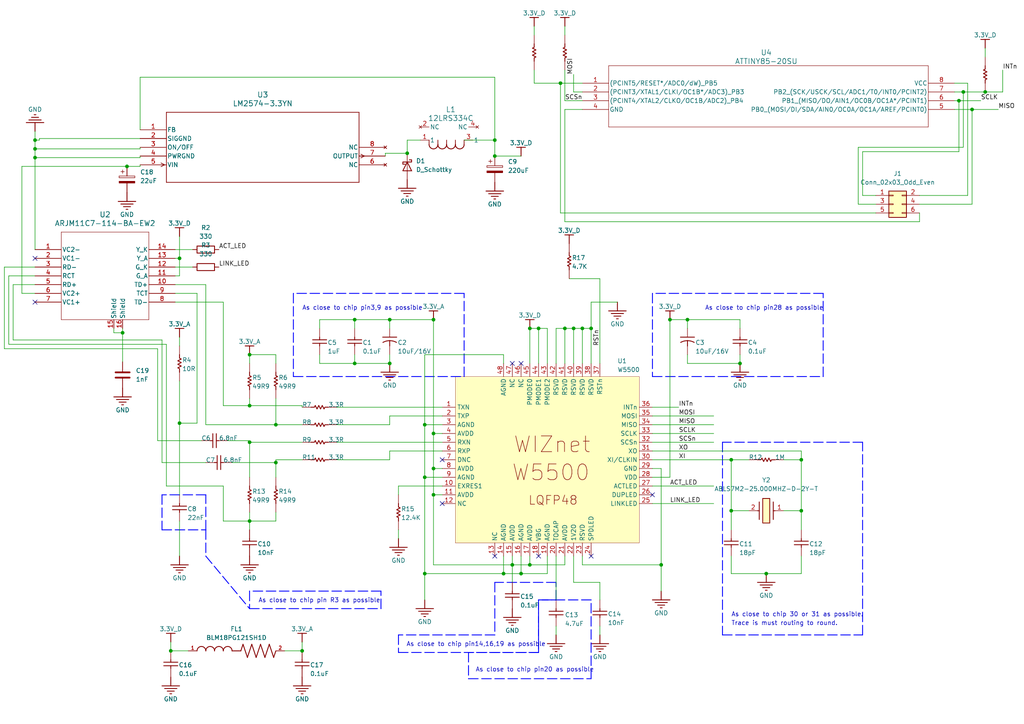
<source format=kicad_sch>
(kicad_sch (version 20250114) (generator "eeschema") (generator_version "9.0")
  (paper "A4")
  (text "As close to chip 30 or 31 as possible." (at 212.09 179.07 0) (effects (font (size 1.27 1.27)) (justify left bottom)))
  (text "As close to chip pin20 as possible" (at 137.922 195.072 0) (effects (font (size 1.27 1.27)) (justify left bottom)))
  (text "As close to chip pin28 as possible" (at 204.47 90.17 0) (effects (font (size 1.27 1.27)) (justify left bottom)))
  (text "As close to chip pin14,16,19 as possible" (at 117.856 187.706 0) (effects (font (size 1.27 1.27)) (justify left bottom)))
  (text "Trace is must routing to round." (at 212.09 181.61 0) (effects (font (size 1.27 1.27)) (justify left bottom)))
  (text "As close to chip pin R3 as possible" (at 74.93 175.006 0) (effects (font (size 1.27 1.27)) (justify left bottom)))
  (text "As close to chip pin3,9 as possible" (at 87.63 90.17 0) (effects (font (size 1.27 1.27)) (justify left bottom)))
  (junction (at 153.67 95.25))
  (junction (at 87.63 188.7728))
  (junction (at 148.59 163.83))
  (junction (at 10.16 45.72))
  (junction (at 10.16 43.18))
  (junction (at 146.05 166.37))
  (junction (at 102.87 105.41))
  (junction (at 125.73 125.73))
  (junction (at 113.03 105.41))
  (junction (at 153.67 163.83))
  (junction (at 232.41 133.35))
  (junction (at 125.73 135.89))
  (junction (at 72.39 117.6528))
  (junction (at 80.01 134.1628))
  (junction (at 118.11 44.45))
  (junction (at 232.41 148.1328))
  (junction (at 162.56 24.13))
  (junction (at 143.51 45.2628))
  (junction (at 125.73 92.71))
  (junction (at 72.39 151.13))
  (junction (at 212.09 148.1328))
  (junction (at 125.73 143.51))
  (junction (at 194.31 92.71))
  (junction (at 72.39 128.27))
  (junction (at 72.39 102.87))
  (junction (at 163.83 95.25))
  (junction (at 285.75 26.67))
  (junction (at 35.56 96.52))
  (junction (at 281.94 31.75))
  (junction (at 113.03 92.71))
  (junction (at 151.13 166.37))
  (junction (at 80.01 123.19))
  (junction (at 52.07 122.7328))
  (junction (at 222.25 166.37))
  (junction (at 171.45 95.25))
  (junction (at 156.21 95.25))
  (junction (at 123.19 138.43))
  (junction (at 279.4 26.67))
  (junction (at 123.19 166.37))
  (junction (at 123.19 123.19))
  (junction (at 278.13 29.21))
  (junction (at 199.39 92.71))
  (junction (at 212.09 133.35))
  (junction (at 52.07 74.93))
  (junction (at 191.77 163.83))
  (junction (at 214.63 105.41))
  (junction (at 102.87 92.71))
  (junction (at 10.16 40.64))
  (junction (at 168.91 95.25))
  (junction (at 36.83 48.26))
  (junction (at 143.51 40.64))
  (junction (at 49.53 188.7728))
  (junction (at 166.37 95.25))
  (no_connect (at 189.23 143.51))
  (no_connect (at 151.13 105.41))
  (no_connect (at 143.51 161.29))
  (no_connect (at 10.16 87.63))
  (no_connect (at 128.27 146.05))
  (no_connect (at 171.45 161.29))
  (no_connect (at 156.21 161.29))
  (no_connect (at 128.27 133.35))
  (no_connect (at 148.59 105.41))
  (no_connect (at 10.16 74.93))
  (wire (pts (xy 64.77 87.63) (xy 50.8 87.63)))
  (wire (pts (xy 80.01 133.35) (xy 80.01 134.1628)))
  (polyline (pts (xy 238.76 109.22) (xy 238.76 85.09)) (stroke (width 0.254) (type dash) (color 0 0 255 1)))
  (wire (pts (xy 153.67 163.83) (xy 153.67 161.29)))
  (wire (pts (xy 128.27 143.51) (xy 125.73 143.51)))
  (wire (pts (xy 162.56 24.13) (xy 154.94 24.13)))
  (wire (pts (xy 146.05 105.41) (xy 146.05 102.87)))
  (wire (pts (xy 173.99 105.41) (xy 173.99 80.8228)))
  (wire (pts (xy 72.39 151.13) (xy 80.01 151.13)))
  (wire (pts (xy 232.41 166.37) (xy 232.41 161.29)))
  (polyline (pts (xy 171.45 173.99) (xy 156.21 173.99)) (stroke (width 0.254) (type dash) (color 0 0 255 1)))
  (wire (pts (xy 278.13 29.21) (xy 276.86 29.21)))
  (wire (pts (xy 163.83 20.32) (xy 163.83 29.21)))
  (wire (pts (xy 189.23 123.19) (xy 207.01 123.19)))
  (wire (pts (xy 50.8 80.01) (xy 52.07 80.01)))
  (polyline (pts (xy 189.23 109.22) (xy 238.76 109.22)) (stroke (width 0.254) (type dash) (color 0 0 255 1)))
  (wire (pts (xy 163.83 95.25) (xy 166.37 95.25)))
  (wire (pts (xy 285.75 13.97) (xy 285.75 16.51)))
  (wire (pts (xy 125.73 135.89) (xy 125.73 125.73)))
  (wire (pts (xy 87.63 188.7728) (xy 87.63 186.2328)))
  (polyline (pts (xy 189.23 85.09) (xy 189.23 109.22)) (stroke (width 0.254) (type dash) (color 0 0 255 1)))
  (wire (pts (xy 113.03 130.81) (xy 113.03 133.35)))
  (wire (pts (xy 35.56 96.52) (xy 35.56 104.9528)))
  (wire (pts (xy 48.26 140.97) (xy 64.77 140.97)))
  (wire (pts (xy 189.23 133.35) (xy 212.09 133.35)))
  (wire (pts (xy 87.63 117.6528) (xy 87.63 118.11)))
  (wire (pts (xy 189.23 138.43) (xy 194.31 138.43)))
  (wire (pts (xy 102.87 105.41) (xy 113.03 105.41)))
  (wire (pts (xy 166.37 95.25) (xy 168.91 95.25)))
  (polyline (pts (xy 238.76 85.09) (xy 189.23 85.09)) (stroke (width 0.254) (type dash) (color 0 0 255 1)))
  (wire (pts (xy 143.51 22.4028) (xy 143.51 40.64)))
  (wire (pts (xy 1.27 77.47) (xy 1.27 101.1428)))
  (wire (pts (xy 72.39 117.6528) (xy 64.77 117.6528)))
  (wire (pts (xy 173.99 184.15) (xy 173.99 181.61)))
  (wire (pts (xy 11.43 40.64) (xy 10.16 40.64)))
  (wire (pts (xy 102.87 95.25) (xy 102.87 92.71)))
  (wire (pts (xy 279.4 26.67) (xy 276.86 26.67)))
  (wire (pts (xy 46.99 134.1628) (xy 59.69 134.1628)))
  (wire (pts (xy 168.91 95.25) (xy 171.45 95.25)))
  (wire (pts (xy 72.39 128.27) (xy 87.63 128.27)))
  (wire (pts (xy 163.83 161.29) (xy 163.83 163.83)))
  (wire (pts (xy 281.94 31.75) (xy 289.56 31.75)))
  (wire (pts (xy 222.25 166.37) (xy 232.41 166.37)))
  (wire (pts (xy 87.63 117.6528) (xy 72.39 117.6528)))
  (wire (pts (xy 199.39 92.71) (xy 194.31 92.71)))
  (wire (pts (xy 72.39 127.8128) (xy 72.39 128.27)))
  (wire (pts (xy 191.77 135.89) (xy 191.77 163.83)))
  (wire (pts (xy 49.53 188.7728) (xy 54.61 188.7728)))
  (wire (pts (xy 189.23 118.11) (xy 196.85 118.11)))
  (wire (pts (xy 6.35 85.09) (xy 6.35 48.26)))
  (wire (pts (xy 52.07 80.01) (xy 52.07 74.93)))
  (wire (pts (xy 92.71 105.41) (xy 92.71 102.87)))
  (wire (pts (xy 280.67 56.6928) (xy 280.67 24.13)))
  (polyline (pts (xy 110.49 176.53) (xy 110.49 171.45)) (stroke (width 0.254) (type dash) (color 0 0 255 1)))
  (wire (pts (xy 40.64 48.26) (xy 40.64 47.8028)))
  (wire (pts (xy 113.03 133.35) (xy 97.79 133.35)))
  (polyline (pts (xy 72.39 171.45) (xy 72.39 176.53)) (stroke (width 0.254) (type dash) (color 0 0 255 1)))
  (polyline (pts (xy 250.19 128.27) (xy 209.55 128.27)) (stroke (width 0.254) (type dash) (color 0 0 255 1)))
  (wire (pts (xy 67.31 134.1628) (xy 80.01 134.1628)))
  (wire (pts (xy 168.91 26.67) (xy 166.37 26.67)))
  (wire (pts (xy 146.05 161.29) (xy 146.05 166.37)))
  (wire (pts (xy 146.05 166.37) (xy 123.19 166.37)))
  (wire (pts (xy 10.16 77.47) (xy 1.27 77.47)))
  (wire (pts (xy 92.71 92.71) (xy 92.71 95.25)))
  (polyline (pts (xy 135.89 196.85) (xy 171.45 196.85)) (stroke (width 0.254) (type dash) (color 0 0 255 1)))
  (wire (pts (xy 125.73 125.73) (xy 125.73 92.71)))
  (wire (pts (xy 118.11 44.45) (xy 118.11 40.64)))
  (polyline (pts (xy 171.45 196.85) (xy 171.45 173.99)) (stroke (width 0.254) (type dash) (color 0 0 255 1)))
  (wire (pts (xy 125.73 163.83) (xy 125.73 143.51)))
  (wire (pts (xy 199.39 102.87) (xy 199.39 105.41)))
  (wire (pts (xy 113.03 120.65) (xy 113.03 123.19)))
  (wire (pts (xy 212.09 166.37) (xy 212.09 161.29)))
  (wire (pts (xy 143.51 45.2628) (xy 151.13 45.2628)))
  (wire (pts (xy 279.4 26.67) (xy 285.75 26.67)))
  (wire (pts (xy 214.63 102.87) (xy 214.63 105.41)))
  (wire (pts (xy 80.01 102.87) (xy 80.01 105.41)))
  (wire (pts (xy 52.07 100.33) (xy 52.07 97.79)))
  (wire (pts (xy 10.16 82.55) (xy 3.81 82.55)))
  (polyline (pts (xy 134.62 85.09) (xy 85.09 85.09)) (stroke (width 0.254) (type dash) (color 0 0 255 1)))
  (wire (pts (xy 10.16 45.72) (xy 40.64 45.72)))
  (wire (pts (xy 278.13 43.9928) (xy 278.13 29.21)))
  (polyline (pts (xy 59.69 143.51) (xy 46.99 143.51)) (stroke (width 0.254) (type dash) (color 0 0 255 1)))
  (wire (pts (xy 248.92 59.2328) (xy 248.92 42.7228)))
  (wire (pts (xy 10.16 40.64) (xy 10.16 43.18)))
  (wire (pts (xy 111.76 44.45) (xy 118.11 44.45)))
  (polyline (pts (xy 156.21 189.23) (xy 135.89 189.23)) (stroke (width 0.254) (type dash) (color 0 0 255 1)))
  (wire (pts (xy 11.43 40.64) (xy 11.43 40.1828)))
  (polyline (pts (xy 143.51 168.91) (xy 143.51 184.15)) (stroke (width 0.254) (type dash) (color 0 0 255 1)))
  (wire (pts (xy 189.23 135.89) (xy 191.77 135.89)))
  (wire (pts (xy 189.23 146.05) (xy 207.01 146.05)))
  (wire (pts (xy 49.53 186.2328) (xy 49.53 188.7728)))
  (wire (pts (xy 40.64 45.72) (xy 40.64 45.2628)))
  (wire (pts (xy 2.54 99.8728) (xy 48.26 99.8728)))
  (wire (pts (xy 113.03 105.41) (xy 113.03 102.87)))
  (wire (pts (xy 128.27 128.27) (xy 97.79 128.27)))
  (wire (pts (xy 113.03 95.25) (xy 113.03 92.71)))
  (wire (pts (xy 158.75 166.37) (xy 151.13 166.37)))
  (wire (pts (xy 80.01 123.19) (xy 59.69 123.19)))
  (wire (pts (xy 166.37 161.29) (xy 166.37 168.91)))
  (wire (pts (xy 50.8 74.93) (xy 52.07 74.93)))
  (wire (pts (xy 153.67 105.41) (xy 153.67 95.25)))
  (wire (pts (xy 6.35 48.26) (xy 36.83 48.26)))
  (wire (pts (xy 128.27 140.97) (xy 115.57 140.97)))
  (wire (pts (xy 128.27 130.81) (xy 113.03 130.81)))
  (wire (pts (xy 40.64 22.4028) (xy 143.51 22.4028)))
  (wire (pts (xy 162.56 61.7728) (xy 162.56 24.13)))
  (wire (pts (xy 279.4 42.7228) (xy 279.4 26.67)))
  (wire (pts (xy 52.07 122.7328) (xy 52.07 143.51)))
  (wire (pts (xy 191.77 163.83) (xy 191.77 171.45)))
  (wire (pts (xy 194.31 138.43) (xy 194.31 92.71)))
  (wire (pts (xy 156.21 105.41) (xy 156.21 95.25)))
  (wire (pts (xy 123.19 102.87) (xy 123.19 123.19)))
  (wire (pts (xy 46.99 98.6028) (xy 46.99 134.1628)))
  (wire (pts (xy 171.45 95.25) (xy 171.45 105.41)))
  (wire (pts (xy 166.37 26.67) (xy 166.37 21.59)))
  (wire (pts (xy 166.37 168.91) (xy 173.99 168.91)))
  (wire (pts (xy 173.99 168.91) (xy 173.99 173.99)))
  (wire (pts (xy 158.75 161.29) (xy 158.75 166.37)))
  (wire (pts (xy 72.39 148.59) (xy 72.39 151.13)))
  (wire (pts (xy 163.83 163.83) (xy 153.67 163.83)))
  (polyline (pts (xy 156.21 173.99) (xy 161.29 173.99)) (stroke (width 0.254) (type dash) (color 0 0 255 1)))
  (wire (pts (xy 278.13 29.21) (xy 284.48 29.21)))
  (polyline (pts (xy 161.29 168.91) (xy 143.51 168.91)) (stroke (width 0.254) (type dash) (color 0 0 255 1)))
  (wire (pts (xy 250.19 43.9928) (xy 278.13 43.9928)))
  (polyline (pts (xy 156.21 189.23) (xy 156.21 173.99)) (stroke (width 0.254) (type dash) (color 0 0 255 1)))
  (wire (pts (xy 72.39 153.67) (xy 72.39 151.13)))
  (wire (pts (xy 214.63 92.71) (xy 214.63 95.25)))
  (wire (pts (xy 232.41 133.35) (xy 232.41 148.1328)))
  (wire (pts (xy 128.27 118.11) (xy 97.79 118.11)))
  (wire (pts (xy 165.1 80.8228) (xy 173.99 80.8228)))
  (wire (pts (xy 161.29 181.61) (xy 161.29 184.15)))
  (wire (pts (xy 266.7 59.2328) (xy 281.94 59.2328)))
  (wire (pts (xy 189.23 120.65) (xy 207.01 120.65)))
  (wire (pts (xy 148.59 163.83) (xy 125.73 163.83)))
  (wire (pts (xy 50.8 82.55) (xy 59.69 82.55)))
  (wire (pts (xy 161.29 95.25) (xy 163.83 95.25)))
  (wire (pts (xy 50.8 77.47) (xy 55.88 77.47)))
  (polyline (pts (xy 46.99 153.67) (xy 59.69 153.67)) (stroke (width 0.254) (type dash) (color 0 0 255 1)))
  (wire (pts (xy 123.19 123.19) (xy 123.19 138.43)))
  (wire (pts (xy 146.05 102.87) (xy 123.19 102.87)))
  (wire (pts (xy 33.02 96.52) (xy 35.56 96.52)))
  (polyline (pts (xy 59.69 153.67) (xy 59.69 143.51)) (stroke (width 0.254) (type dash) (color 0 0 255 1)))
  (wire (pts (xy 154.94 24.13) (xy 154.94 20.32)))
  (polyline (pts (xy 209.55 128.27) (xy 209.55 184.15)) (stroke (width 0.254) (type dash) (color 0 0 255 1)))
  (wire (pts (xy 72.39 105.41) (xy 72.39 102.87)))
  (wire (pts (xy 290.83 26.67) (xy 290.83 20.32)))
  (wire (pts (xy 281.94 31.75) (xy 276.86 31.75)))
  (wire (pts (xy 3.81 82.55) (xy 3.81 98.6028)))
  (wire (pts (xy 254 61.7728) (xy 162.56 61.7728)))
  (wire (pts (xy 102.87 102.87) (xy 102.87 105.41)))
  (wire (pts (xy 72.39 127.8128) (xy 66.04 127.8128)))
  (wire (pts (xy 168.91 29.21) (xy 163.83 29.21)))
  (polyline (pts (xy 46.99 143.51) (xy 46.99 153.67)) (stroke (width 0.254) (type dash) (color 0 0 255 1)))
  (wire (pts (xy 113.03 123.19) (xy 97.79 123.19)))
  (polyline (pts (xy 161.29 173.99) (xy 161.29 168.91)) (stroke (width 0.254) (type dash) (color 0 0 255 1)))
  (polyline (pts (xy 115.57 189.23) (xy 156.21 189.23)) (stroke (width 0.254) (type dash) (color 0 0 255 1)))
  (wire (pts (xy 199.39 95.25) (xy 199.39 92.71)))
  (wire (pts (xy 171.45 87.63) (xy 179.07 87.63)))
  (wire (pts (xy 123.19 138.43) (xy 123.19 166.37)))
  (wire (pts (xy 128.27 125.73) (xy 125.73 125.73)))
  (wire (pts (xy 80.01 151.13) (xy 80.01 148.59)))
  (polyline (pts (xy 85.09 109.22) (xy 134.62 109.22)) (stroke (width 0.254) (type dash) (color 0 0 255 1)))
  (wire (pts (xy 128.27 135.89) (xy 125.73 135.89)))
  (polyline (pts (xy 135.89 189.23) (xy 135.89 196.85)) (stroke (width 0.254) (type dash) (color 0 0 255 1)))
  (wire (pts (xy 80.01 123.19) (xy 87.63 123.19)))
  (wire (pts (xy 64.77 140.97) (xy 64.77 151.13)))
  (polyline (pts (xy 250.19 184.15) (xy 250.19 128.27)) (stroke (width 0.254) (type dash) (color 0 0 255 1)))
  (wire (pts (xy 45.72 127.8128) (xy 58.42 127.8128)))
  (wire (pts (xy 102.87 105.41) (xy 92.71 105.41)))
  (wire (pts (xy 158.75 95.25) (xy 158.75 105.41)))
  (wire (pts (xy 171.45 95.25) (xy 171.45 87.63)))
  (wire (pts (xy 227.33 148.1328) (xy 232.41 148.1328)))
  (polyline (pts (xy 134.62 109.22) (xy 134.62 85.09)) (stroke (width 0.254) (type dash) (color 0 0 255 1)))
  (wire (pts (xy 212.09 133.35) (xy 217.17 133.35)))
  (wire (pts (xy 10.16 85.09) (xy 6.35 85.09)))
  (wire (pts (xy 10.16 38.1) (xy 10.16 40.64)))
  (wire (pts (xy 212.09 153.67) (xy 212.09 148.1328)))
  (wire (pts (xy 199.39 92.71) (xy 214.63 92.71)))
  (wire (pts (xy 189.23 125.73) (xy 207.01 125.73)))
  (polyline (pts (xy 59.69 153.67) (xy 59.69 161.29)) (stroke (width 0.254) (type dash) (color 0 0 255 1)))
  (wire (pts (xy 115.57 153.67) (xy 115.57 156.21)))
  (wire (pts (xy 154.94 7.62) (xy 154.94 10.16)))
  (wire (pts (xy 102.87 92.71) (xy 92.71 92.71)))
  (wire (pts (xy 151.13 166.37) (xy 146.05 166.37)))
  (wire (pts (xy 80.01 115.57) (xy 80.01 123.19)))
  (polyline (pts (xy 156.21 173.99) (xy 156.21 189.23)) (stroke (width 0.254) (type dash) (color 0 0 255 1)))
  (wire (pts (xy 50.8 85.09) (xy 57.15 85.09)))
  (wire (pts (xy 156.21 95.25) (xy 158.75 95.25)))
  (wire (pts (xy 64.77 151.13) (xy 72.39 151.13)))
  (wire (pts (xy 189.23 128.27) (xy 207.01 128.27)))
  (wire (pts (xy 57.15 122.7328) (xy 52.07 122.7328)))
  (wire (pts (xy 161.29 173.99) (xy 161.29 161.29)))
  (wire (pts (xy 163.83 64.3128) (xy 163.83 31.75)))
  (wire (pts (xy 3.81 98.6028) (xy 46.99 98.6028)))
  (wire (pts (xy 128.27 123.19) (xy 123.19 123.19)))
  (wire (pts (xy 128.27 138.43) (xy 123.19 138.43)))
  (wire (pts (xy 1.27 101.1428) (xy 45.72 101.1428)))
  (wire (pts (xy 82.55 188.7728) (xy 87.63 188.7728)))
  (wire (pts (xy 168.91 95.25) (xy 168.91 105.41)))
  (wire (pts (xy 48.26 99.8728) (xy 48.26 140.97)))
  (wire (pts (xy 250.19 56.6928) (xy 250.19 43.9928)))
  (polyline (pts (xy 143.51 184.15) (xy 115.57 184.15)) (stroke (width 0.254) (type dash) (color 0 0 255 1)))
  (wire (pts (xy 153.67 95.25) (xy 156.21 95.25)))
  (wire (pts (xy 64.77 117.6528) (xy 64.77 87.63)))
  (wire (pts (xy 128.27 120.65) (xy 113.03 120.65)))
  (wire (pts (xy 248.92 42.7228) (xy 279.4 42.7228)))
  (wire (pts (xy 166.37 95.25) (xy 166.37 105.41)))
  (wire (pts (xy 72.39 138.43) (xy 72.39 128.27)))
  (wire (pts (xy 227.33 133.35) (xy 232.41 133.35)))
  (wire (pts (xy 10.16 72.39) (xy 10.16 45.72)))
  (wire (pts (xy 199.39 105.41) (xy 214.63 105.41)))
  (wire (pts (xy 281.94 59.2328) (xy 281.94 31.75)))
  (wire (pts (xy 102.87 92.71) (xy 113.03 92.71)))
  (wire (pts (xy 266.7 61.7728) (xy 266.7 64.3128)))
  (wire (pts (xy 111.76 44.45) (xy 111.76 45.2628)))
  (wire (pts (xy 266.7 64.3128) (xy 163.83 64.3128)))
  (wire (pts (xy 212.09 133.35) (xy 212.09 148.1328)))
  (wire (pts (xy 285.75 26.67) (xy 290.83 26.67)))
  (wire (pts (xy 232.41 148.1328) (xy 232.41 153.67)))
  (wire (pts (xy 151.13 161.29) (xy 151.13 166.37)))
  (wire (pts (xy 168.91 161.29) (xy 168.91 163.83)))
  (wire (pts (xy 134.62 40.64) (xy 143.51 40.64)))
  (wire (pts (xy 148.59 163.83) (xy 153.67 163.83)))
  (wire (pts (xy 40.64 43.18) (xy 40.64 42.7228)))
  (polyline (pts (xy 85.09 85.09) (xy 85.09 109.22)) (stroke (width 0.254) (type dash) (color 0 0 255 1)))
  (polyline (pts (xy 209.55 184.15) (xy 250.19 184.15)) (stroke (width 0.254) (type dash) (color 0 0 255 1)))
  (wire (pts (xy 161.29 105.41) (xy 161.29 95.25)))
  (wire (pts (xy 45.72 101.1428) (xy 45.72 127.8128)))
  (wire (pts (xy 125.73 143.51) (xy 125.73 135.89)))
  (wire (pts (xy 212.09 148.1328) (xy 217.17 148.1328)))
  (wire (pts (xy 212.09 166.37) (xy 222.25 166.37)))
  (wire (pts (xy 266.7 56.6928) (xy 280.67 56.6928)))
  (wire (pts (xy 52.07 74.93) (xy 52.07 68.58)))
  (wire (pts (xy 2.54 80.01) (xy 2.54 99.8728)))
  (wire (pts (xy 52.07 151.13) (xy 52.07 161.29)))
  (polyline (pts (xy 72.39 176.53) (xy 110.49 176.53)) (stroke (width 0.254) (type dash) (color 0 0 255 1)))
  (wire (pts (xy 189.23 140.97) (xy 207.01 140.97)))
  (wire (pts (xy 33.02 95.25) (xy 33.02 96.52)))
  (wire (pts (xy 189.23 130.81) (xy 232.41 130.81)))
  (polyline (pts (xy 59.69 161.29) (xy 72.39 176.53)) (stroke (width 0.254) (type dash) (color 0 0 255 1)))
  (wire (pts (xy 143.51 40.64) (xy 143.51 45.2628)))
  (wire (pts (xy 148.59 168.91) (xy 148.59 163.83)))
  (wire (pts (xy 40.64 37.6428) (xy 40.64 22.4028)))
  (wire (pts (xy 163.83 7.62) (xy 163.83 10.16)))
  (wire (pts (xy 162.56 24.13) (xy 168.91 24.13)))
  (polyline (pts (xy 110.49 171.45) (xy 72.39 171.45)) (stroke (width 0.254) (type dash) (color 0 0 255 1)))
  (wire (pts (xy 113.03 92.71) (xy 125.73 92.71)))
  (wire (pts (xy 118.11 40.64) (xy 121.92 40.64)))
  (wire (pts (xy 115.57 140.97) (xy 115.57 143.51)))
  (polyline (pts (xy 115.57 184.15) (xy 115.57 189.23)) (stroke (width 0.254) (type dash) (color 0 0 255 1)))
  (wire (pts (xy 168.91 163.83) (xy 191.77 163.83)))
  (wire (pts (xy 163.83 31.75) (xy 168.91 31.75)))
  (wire (pts (xy 254 56.6928) (xy 250.19 56.6928)))
  (wire (pts (xy 72.39 115.57) (xy 72.39 117.6528)))
  (wire (pts (xy 10.16 43.18) (xy 10.16 45.72)))
  (wire (pts (xy 254 59.2328) (xy 248.92 59.2328)))
  (wire (pts (xy 57.15 85.09) (xy 57.15 122.7328)))
  (wire (pts (xy 10.16 43.18) (xy 40.64 43.18)))
  (wire (pts (xy 52.07 110.49) (xy 52.07 122.7328)))
  (wire (pts (xy 148.59 161.29) (xy 148.59 163.83)))
  (wire (pts (xy 36.83 48.26) (xy 40.64 48.26)))
  (wire (pts (xy 35.56 95.25) (xy 35.56 96.52)))
  (wire (pts (xy 10.16 80.01) (xy 2.54 80.01)))
  (wire (pts (xy 87.63 133.35) (xy 80.01 133.35)))
  (wire (pts (xy 280.67 24.13) (xy 276.86 24.13)))
  (wire (pts (xy 59.69 123.19) (xy 59.69 82.55)))
  (wire (pts (xy 50.8 72.39) (xy 55.88 72.39)))
  (wire (pts (xy 80.01 134.1628) (xy 80.01 138.43)))
  (wire (pts (xy 232.41 130.81) (xy 232.41 133.35)))
  (wire (pts (xy 72.39 102.87) (xy 80.01 102.87)))
  (wire (pts (xy 163.83 95.25) (xy 163.83 105.41)))
  (wire (pts (xy 11.43 40.1828) (xy 40.64 40.1828)))
  (wire (pts (xy 123.19 166.37) (xy 123.19 173.99)))
  (label "LINK_LED" (at 63.5 77.47 0))
  (label "MISO" (at 196.85 123.19 0))
  (label "SCLK" (at 196.85 125.73 0))
  (label "SCSn" (at 196.85 128.27 0))
  (label "XO" (at 196.85 130.81 0))
  (label "INTn" (at 290.83 20.32 0))
  (label "INTn" (at 196.85 118.11 0))
  (label "SCSn" (at 168.91 29.21 180))
  (label "ACT_LED" (at 63.5 72.39 0))
  (label "LINK_LED" (at 194.31 146.05 0))
  (label "RSTn" (at 173.99 100.33 90))
  (label "MOSI" (at 166.37 21.59 90))
  (label "MOSI" (at 196.85 120.65 0))
  (label "SCLK" (at 284.48 29.21 0))
  (label "XI" (at 196.85 133.35 0))
  (label "MISO" (at 289.56 31.75 0))
  (label "ACT_LED" (at 194.31 140.97 0))
  (symbol (lib_id "electronics-application-project-altium-import:3.3V_D_BAR") (at 154.94 7.62 0) (mirror x) (unit 1)
    (property "Reference" "#PWR11" (effects (hide yes)))
    (property "Value" "3.3V_D" (at 154.94 3.81 0))
  )
  (symbol (lib_id "electronics-application-project-altium-import:GND_POWER_GROUND") (at 36.83 55.88 0) (unit 1)
    (property "Reference" "#PWR2" (effects (hide yes)))
    (property "Value" "GND" (at 36.83 62.23 0))
  )
  (symbol (lib_id "Device:R") (at 59.69 72.39 270) (unit 1)
    (property "Reference" "R2" (at 59.69 66.04 90))
    (property "Value" "330" (at 59.69 68.58 90))
    (property "Footprint" "Resistor_SMD:R_0805_2012Metric_Pad1.20x1.40mm_HandSolder" (effects (hide yes)))
    (property "Description" "Resistor" (effects (hide yes)))
  )
  (symbol (lib_id "Device:R") (at 59.69 77.47 270) (unit 1)
    (property "Reference" "R3" (at 59.69 71.12 90))
    (property "Value" "330" (at 59.69 73.66 90))
    (property "Footprint" "Resistor_SMD:R_0805_2012Metric_Pad1.20x1.40mm_HandSolder" (effects (hide yes)))
    (property "Description" "Resistor" (effects (hide yes)))
  )
  (symbol (lib_id "electronics-application-project-altium-import:root_0_CAP-0402") (at 62.23 131.6228 0) (unit 1)
    (property "Reference" "C7" (at 59.69 134.1628 0) (effects (justify left bottom)))
    (property "Value" "6.8nF" (at 64.77 134.1628 0) (effects (justify left bottom)))
    (property "Footprint" "Capacitor_SMD:C_0805_2012Metric_Pad1.18x1.45mm_HandSolder" (effects (hide yes)))
    (property "Description" "Ceramic CAP 0402(1005)" (effects (hide yes)))
  )
  (symbol (lib_id "electronics-application-project-altium-import:GND_POWER_GROUND") (at 52.07 161.29 0) (unit 1)
    (property "Reference" "#PWR122" (effects (hide yes)))
    (property "Value" "GND" (at 52.07 167.64 0))
  )
  (symbol (lib_id "electronics-application-project-altium-import:3.3V_D_BAR") (at 194.31 92.71 180) (unit 1)
    (property "Reference" "#PWR116" (effects (hide yes)))
    (property "Value" "3.3V_D" (at 194.31 88.9 0))
  )
  (symbol (lib_id "Imported:ABLS7M2-25.000MHZ-D-2Y-T") (at 217.17 148.1328 0) (unit 1)
    (property "Reference" "Y2" (at 222.25 139.2428 0))
    (property "Value" "ABLS7M2-25.000MHZ-D-2Y-T" (at 222.25 141.7828 0))
    (property "Footprint" "Imported:ABLS7M225000MHZD2YT" (effects (hide yes)))
    (property "Datasheet" "http://abracon.com/Resonators/ABLS7M2.pdf" (effects (hide yes)))
    (property "Description" "ABRACON - ABLS7M2-25.000MHZ-D-2Y-T - CRYSTAL, 25MHZ, 18PF, HC-49US" (effects (hide yes)))
    (property "Height" "2" (effects (hide yes)))
    (property "Mouser Part Number" "815-ABLS7M2-25D2YT" (effects (hide yes)))
    (property "Mouser Price/Stock" "https://www.mouser.co.uk/ProductDetail/ABRACON/ABLS7M2-25.000MHZ-D-2Y-T?qs=%252Bk6%2F5FB6qrmle1ujAiXgzQ%3D%3D" (effects (hide yes)))
    (property "Manufacturer_Name" "ABRACON" (effects (hide yes)))
    (property "Manufacturer_Part_Number" "ABLS7M2-25.000MHZ-D-2Y-T" (effects (hide yes)))
  )
  (symbol (lib_id "electronics-application-project-altium-import:GND_POWER_GROUND") (at 161.29 184.15 0) (unit 1)
    (property "Reference" "#PWR114" (effects (hide yes)))
    (property "Value" "GND" (at 161.29 190.5 0))
  )
  (symbol (lib_id "electronics-application-project-altium-import:root_1_CAP-0402") (at 146.05 173.99 0) (unit 1)
    (property "Reference" "C15" (at 150.876 173.736 0) (effects (justify left bottom)))
    (property "Value" "0.1uF" (at 150.876 176.276 0) (effects (justify left bottom)))
    (property "Footprint" "Capacitor_SMD:C_0805_2012Metric_Pad1.18x1.45mm_HandSolder" (effects (hide yes)))
    (property "Description" "Ceramic CAP 0402(1005)" (effects (hide yes)))
  )
  (symbol (lib_id "electronics-application-project-altium-import:GND_POWER_GROUND") (at 35.56 112.5728 0) (unit 1)
    (property "Reference" "#PWR7" (effects (hide yes)))
    (property "Value" "GND" (at 35.56 118.9228 0))
  )
  (symbol (lib_id "electronics-application-project-altium-import:GND_POWER_GROUND") (at 143.51 52.8828 0) (unit 1)
    (property "Reference" "#PWR4" (effects (hide yes)))
    (property "Value" "GND" (at 143.51 59.2328 0))
  )
  (symbol (lib_id "Device:C_Polarized") (at 143.51 49.0728 0) (unit 1)
    (property "Reference" "C9" (at 147.32 46.9137 0) (effects (justify left)))
    (property "Value" "220uF" (at 147.32 49.4537 0) (effects (justify left)))
    (property "Footprint" "Capacitor_SMD:CP_Elec_8x6.2" (effects (hide yes)))
    (property "Description" "Polarized capacitor" (effects (hide yes)))
  )
  (symbol (lib_id "electronics-application-project-altium-import:root_0_W5500") (at 132.08 109.22 0) (unit 1)
    (property "Reference" "U1" (at 179.07 105.41 0) (effects (justify left bottom)))
    (property "Value" "W5500" (at 179.07 107.95 0) (effects (justify left bottom)))
    (property "Footprint" "Imported:48LQFP_W5500_WIZ" (effects (hide yes)))
    (property "Description" "WIZnet W5500" (effects (hide yes)))
  )
  (symbol (lib_id "electronics-application-project-altium-import:GND_POWER_GROUND") (at 214.63 105.41 0) (unit 1)
    (property "Reference" "#PWR115" (effects (hide yes)))
    (property "Value" "GND" (at 214.63 111.76 0))
  )
  (symbol (lib_id "electronics-application-project-altium-import:root_0_CAP-0402") (at 60.96 125.2728 0) (unit 1)
    (property "Reference" "C6" (at 58.42 127.8128 0) (effects (justify left bottom)))
    (property "Value" "6.8nF" (at 63.5 127.8128 0) (effects (justify left bottom)))
    (property "Footprint" "Capacitor_SMD:C_0805_2012Metric_Pad1.18x1.45mm_HandSolder" (effects (hide yes)))
    (property "Description" "Ceramic CAP 0402(1005)" (effects (hide yes)))
  )
  (symbol (lib_id "electronics-application-project-altium-import:root_3_CAP-A Size") (at 201.93 97.79 0) (unit 1)
    (property "Reference" "C3" (at 201.676 100.076 0) (effects (justify left bottom)))
    (property "Value" "10uF/16V" (at 201.676 102.616 0) (effects (justify left bottom)))
    (property "Footprint" "Capacitor_SMD:C_1206_3216Metric_Pad1.33x1.80mm_HandSolder" (effects (hide yes)))
    (property "Description" "Tantla CAP A Size EIA/IECQ 3216" (effects (hide yes)))
  )
  (symbol (lib_id "electronics-application-project-altium-import:3.3V_D_BAR") (at 52.07 68.58 180) (unit 1)
    (property "Reference" "#PWR10" (effects (hide yes)))
    (property "Value" "3.3V_D" (at 52.07 64.77 0))
  )
  (symbol (lib_id "electronics-application-project-altium-import:root_1_RES-0402") (at 72.39 143.51 0) (unit 1)
    (property "Reference" "R13" (at 73.152 143.256 0) (effects (justify left bottom)))
    (property "Value" "49R9" (at 73.152 145.796 0) (effects (justify left bottom)))
    (property "Footprint" "Resistor_SMD:R_0805_2012Metric_Pad1.20x1.40mm_HandSolder" (effects (hide yes)))
    (property "Description" "RES-0402" (effects (hide yes)))
  )
  (symbol (lib_id "Device:D_Schottky") (at 118.11 48.26 270) (unit 1)
    (property "Reference" "D1" (at 120.65 46.6724 90) (effects (justify left)))
    (property "Value" "D_Schottky" (at 120.65 49.2124 90) (effects (justify left)))
    (property "Footprint" "Diode_SMD:Nexperia_CFP3_SOD-123W" (effects (hide yes)))
    (property "Description" "Schottky diode" (effects (hide yes)))
  )
  (symbol (lib_id "Imported:ATTINY85-20SU") (at 125.73 24.13 0) (unit 1)
    (property "Reference" "U4" (at 222.25 15.24 0) (effects (font (size 1.524 1.524))))
    (property "Value" "ATTINY85-20SU" (at 222.25 17.78 0) (effects (font (size 1.524 1.524))))
    (property "Footprint" "Imported:8S2_ATM" (effects (hide yes)))
    (property "Datasheet" "ATTINY85-20SU" (effects (hide yes)))
  )
  (symbol (lib_id "electronics-application-project-altium-import:root_0_RES-0402") (at 92.71 128.27 0) (unit 1)
    (property "Reference" "R9" (at 87.63 128.27 0) (effects (justify left bottom)))
    (property "Value" "3.3R" (at 95.25 128.27 0) (effects (justify left bottom)))
    (property "Footprint" "Resistor_SMD:R_0805_2012Metric_Pad1.20x1.40mm_HandSolder" (effects (hide yes)))
    (property "Description" "RES-0402" (effects (hide yes)))
  )
  (symbol (lib_id "electronics-application-project-altium-import:GND_POWER_GROUND") (at 191.77 171.45 0) (unit 1)
    (property "Reference" "#PWR111" (effects (hide yes)))
    (property "Value" "GND" (at 191.77 177.8 0))
  )
  (symbol (lib_id "electronics-application-project-altium-import:GND_POWER_GROUND") (at 113.03 105.41 0) (unit 1)
    (property "Reference" "#PWR101" (effects (hide yes)))
    (property "Value" "GND" (at 113.03 111.76 0))
  )
  (symbol (lib_id "electronics-application-project-altium-import:GND_POWER_GROUND") (at 115.57 156.21 0) (unit 1)
    (property "Reference" "#PWR102" (effects (hide yes)))
    (property "Value" "GND" (at 115.57 162.56 0))
  )
  (symbol (lib_id "electronics-application-project-altium-import:root_0_RES-0402") (at 92.71 133.35 0) (unit 1)
    (property "Reference" "R11" (at 87.63 133.35 0) (effects (justify left bottom)))
    (property "Value" "3.3R" (at 95.25 133.35 0) (effects (justify left bottom)))
    (property "Footprint" "Resistor_SMD:R_0805_2012Metric_Pad1.20x1.40mm_HandSolder" (effects (hide yes)))
    (property "Description" "RES-0402" (effects (hide yes)))
  )
  (symbol (lib_id "electronics-application-project-altium-import:root_1_RES-0402") (at 52.07 105.41 0) (unit 1)
    (property "Reference" "R4" (at 52.832 105.156 0) (effects (justify left bottom)))
    (property "Value" "10R" (at 52.832 107.696 0) (effects (justify left bottom)))
    (property "Footprint" "Resistor_SMD:R_0805_2012Metric_Pad1.20x1.40mm_HandSolder" (effects (hide yes)))
    (property "Description" "RES-0402" (effects (hide yes)))
  )
  (symbol (lib_id "electronics-application-project-altium-import:root_1_CAP-0402") (at 46.99 193.8528 0) (unit 1)
    (property "Reference" "C16" (at 51.816 193.5988 0) (effects (justify left bottom)))
    (property "Value" "0.1uF" (at 51.816 196.1388 0) (effects (justify left bottom)))
    (property "Footprint" "Capacitor_SMD:C_0805_2012Metric_Pad1.18x1.45mm_HandSolder" (effects (hide yes)))
    (property "Description" "Ceramic CAP 0402(1005)" (effects (hide yes)))
  )
  (symbol (lib_id "electronics-application-project-altium-import:root_0_RES-0402") (at 222.25 133.35 0) (unit 1)
    (property "Reference" "R12" (at 217.17 133.35 0) (effects (justify left bottom)))
    (property "Value" "1M" (at 224.79 133.35 0) (effects (justify left bottom)))
    (property "Footprint" "Resistor_SMD:R_0805_2012Metric_Pad1.20x1.40mm_HandSolder" (effects (hide yes)))
    (property "Description" "RES-0402" (effects (hide yes)))
  )
  (symbol (lib_id "electronics-application-project-altium-import:GND_POWER_GROUND") (at 222.25 166.37 0) (unit 1)
    (property "Reference" "#PWR117" (effects (hide yes)))
    (property "Value" "GND" (at 222.25 172.72 0))
  )
  (symbol (lib_id "electronics-application-project-altium-import:root_1_RES-0402") (at 163.83 15.24 0) (mirror y) (unit 1)
    (property "Reference" "R10" (effects (hide yes)))
    (property "Value" "4.7K" (effects (hide yes)))
    (property "Footprint" "Resistor_SMD:R_0805_2012Metric_Pad1.20x1.40mm_HandSolder" (effects (hide yes)))
    (property "Description" "RES-0402" (effects (hide yes)))
  )
  (symbol (lib_id "electronics-application-project-altium-import:GND_POWER_GROUND") (at 123.19 173.99 0) (unit 1)
    (property "Reference" "#PWR107" (effects (hide yes)))
    (property "Value" "GND" (at 123.19 180.34 0))
  )
  (symbol (lib_id "electronics-application-project-altium-import:root_1_CAP-0402") (at 209.55 158.75 0) (unit 1)
    (property "Reference" "C11" (at 214.376 158.496 0) (effects (justify left bottom)))
    (property "Value" "18pF" (at 214.376 161.036 0) (effects (justify left bottom)))
    (property "Footprint" "Capacitor_SMD:C_0805_2012Metric_Pad1.18x1.45mm_HandSolder" (effects (hide yes)))
    (property "Description" "Ceramic CAP 0402(1005)" (effects (hide yes)))
  )
  (symbol (lib_id "Imported:LM2574-3.3YN") (at 40.64 37.6428 0) (unit 1)
    (property "Reference" "U3" (at 76.2 27.4828 0) (effects (font (size 1.524 1.524))))
    (property "Value" "LM2574-3.3YN" (at 76.2 30.0228 0) (effects (font (size 1.524 1.524))))
    (property "Footprint" "Imported:PDIP-8_MCL" (effects (hide yes)))
    (property "Datasheet" "LM2574-3.3YN" (effects (hide yes)))
  )
  (symbol (lib_id "electronics-application-project-altium-import:3.3V_D_BAR") (at 151.13 45.2628 180) (unit 1)
    (property "Reference" "#PWR1" (effects (hide yes)))
    (property "Value" "3.3V_D" (at 151.13 41.4528 0))
  )
  (symbol (lib_id "electronics-application-project-altium-import:3.3V_D_BAR") (at 49.53 186.2328 180) (unit 1)
    (property "Reference" "#PWR121" (effects (hide yes)))
    (property "Value" "3.3V_D" (at 49.53 182.4228 0))
  )
  (symbol (lib_id "electronics-application-project-altium-import:3.3V_A_BAR") (at 87.63 186.2328 180) (unit 1)
    (property "Reference" "#PWR124" (effects (hide yes)))
    (property "Value" "3.3V_A" (at 87.63 182.4228 0))
  )
  (symbol (lib_id "Imported:12LRS334C") (at 121.92 48.26 90) (unit 1)
    (property "Reference" "L1" (at 130.7465 31.75 90) (effects (font (size 1.524 1.524))))
    (property "Value" "12LRS334C" (at 130.7465 34.29 90) (effects (font (size 1.524 1.524))))
    (property "Footprint" "Imported:IND_MURATA_1200LRS_MUR" (effects (hide yes)))
    (property "Datasheet" "12LRS334C" (effects (hide yes)))
  )
  (symbol (lib_id "electronics-application-project-altium-import:root_1_CAP-0402") (at 90.17 100.33 0) (unit 1)
    (property "Reference" "C5" (at 94.996 100.076 0) (effects (justify left bottom)))
    (property "Value" "1uF" (at 94.996 102.616 0) (effects (justify left bottom)))
    (property "Footprint" "Capacitor_SMD:C_0805_2012Metric_Pad1.18x1.45mm_HandSolder" (effects (hide yes)))
    (property "Description" "Ceramic CAP 0402(1005)" (effects (hide yes)))
  )
  (symbol (lib_id "electronics-application-project-altium-import:GND_POWER_GROUND") (at 72.39 161.29 0) (unit 1)
    (property "Reference" "#PWR123" (effects (hide yes)))
    (property "Value" "GND" (at 72.39 167.64 0))
  )
  (symbol (lib_id "electronics-application-project-altium-import:root_1_RES-0402") (at 165.1 75.7428 0) (unit 1)
    (property "Reference" "R17" (at 165.862 75.4888 0) (effects (justify left bottom)))
    (property "Value" "4.7K" (at 165.862 78.0288 0) (effects (justify left bottom)))
    (property "Footprint" "Resistor_SMD:R_0805_2012Metric_Pad1.20x1.40mm_HandSolder" (effects (hide yes)))
    (property "Description" "RES-0402" (effects (hide yes)))
  )
  (symbol (lib_id "electronics-application-project-altium-import:root_1_CAP-0402") (at 100.33 100.33 0) (unit 1)
    (property "Reference" "C1" (at 105.156 100.076 0) (effects (justify left bottom)))
    (property "Value" "0.1uF" (at 105.156 102.616 0) (effects (justify left bottom)))
    (property "Footprint" "Capacitor_SMD:C_0805_2012Metric_Pad1.18x1.45mm_HandSolder" (effects (hide yes)))
    (property "Description" "Ceramic CAP 0402(1005)" (effects (hide yes)))
  )
  (symbol (lib_id "electronics-application-project-altium-import:GND_POWER_GROUND") (at 87.63 196.3928 0) (unit 1)
    (property "Reference" "#PWR125" (effects (hide yes)))
    (property "Value" "GND" (at 87.63 202.7428 0))
  )
  (symbol (lib_id "electronics-application-project-altium-import:root_1_CAP-0402") (at 49.53 148.59 0) (unit 1)
    (property "Reference" "C8" (at 54.356 148.336 0) (effects (justify left bottom)))
    (property "Value" "22nF" (at 54.356 150.876 0) (effects (justify left bottom)))
    (property "Footprint" "Capacitor_SMD:C_0805_2012Metric_Pad1.18x1.45mm_HandSolder" (effects (hide yes)))
    (property "Description" "Ceramic CAP 0402(1005)" (effects (hide yes)))
  )
  (symbol (lib_id "electronics-application-project-altium-import:root_1_CAP-0402") (at 229.87 158.75 0) (unit 1)
    (property "Reference" "C12" (at 234.696 158.496 0) (effects (justify left bottom)))
    (property "Value" "18pF" (at 234.696 161.036 0) (effects (justify left bottom)))
    (property "Footprint" "Capacitor_SMD:C_0805_2012Metric_Pad1.18x1.45mm_HandSolder" (effects (hide yes)))
    (property "Description" "Ceramic CAP 0402(1005)" (effects (hide yes)))
  )
  (symbol (lib_id "electronics-application-project-altium-import:3.3V_A_BAR") (at 52.07 97.79 180) (unit 1)
    (property "Reference" "#PWR126" (effects (hide yes)))
    (property "Value" "3.3V_A" (at 52.07 93.98 0))
  )
  (symbol (lib_id "electronics-application-project-altium-import:root_1_RES-0402") (at 154.94 15.24 0) (mirror y) (unit 1)
    (property "Reference" "R16" (effects (hide yes)))
    (property "Value" "4.7K" (effects (hide yes)))
    (property "Footprint" "Resistor_SMD:R_0805_2012Metric_Pad1.20x1.40mm_HandSolder" (effects (hide yes)))
    (property "Description" "RES-0402" (effects (hide yes)))
  )
  (symbol (lib_id "Imported:ARJM11C7-114-BA-EW2") (at 10.16 72.39 0) (unit 1)
    (property "Reference" "U2" (at 30.48 62.23 0) (effects (font (size 1.524 1.524))))
    (property "Value" "ARJM11C7-114-BA-EW2" (at 30.48 64.77 0) (effects (font (size 1.524 1.524))))
    (property "Footprint" "Imported:ARJM11C7-114-BA-EW2_ABR-fixed" (effects (hide yes)))
    (property "Datasheet" "ARJM11C7-114-BA-EW2" (effects (hide yes)))
  )
  (symbol (lib_id "electronics-application-project-altium-import:root_1_CAP-0402") (at 69.85 158.75 0) (unit 1)
    (property "Reference" "C10" (at 74.676 158.496 0) (effects (justify left bottom)))
    (property "Value" "10nF" (at 74.676 161.036 0) (effects (justify left bottom)))
    (property "Footprint" "Capacitor_SMD:C_0805_2012Metric_Pad1.18x1.45mm_HandSolder" (effects (hide yes)))
    (property "Description" "Ceramic CAP 0402(1005)" (effects (hide yes)))
  )
  (symbol (lib_id "electronics-application-project-altium-import:GND_POWER_GROUND") (at 179.07 87.63 0) (unit 1)
    (property "Reference" "#PWR108" (effects (hide yes)))
    (property "Value" "GND" (at 179.07 93.98 0))
  )
  (symbol (lib_id "electronics-application-project-altium-import:root_1_CAP-0805") (at 171.45 179.07 0) (unit 1)
    (property "Reference" "C14" (at 176.276 178.816 0) (effects (justify left bottom)))
    (property "Value" "10nF" (at 176.276 181.356 0) (effects (justify left bottom)))
    (property "Footprint" "Capacitor_SMD:C_0805_2012Metric_Pad1.18x1.45mm_HandSolder" (effects (hide yes)))
    (property "Description" "Ceramic CAP 0805(2012)" (effects (hide yes)))
  )
  (symbol (lib_id "Connector_Generic:Conn_02x03_Odd_Even") (at 259.08 59.2328 0) (unit 1)
    (property "Reference" "J1" (at 260.35 50.3428 0))
    (property "Value" "Conn_02x03_Odd_Even" (at 260.35 52.8828 0))
    (property "Footprint" "Connector_PinHeader_2.54mm:PinHeader_2x03_P2.54mm_Vertical" (effects (hide yes)))
    (property "Description" "Generic connector, double row, 02x03, odd/even pin numbering scheme (row 1 odd numbers, row 2 even numbers), script generated (kicad-library-utils/schlib/autogen/connector/)" (effects (hide yes)))
  )
  (symbol (lib_id "electronics-application-project-altium-import:3.3V_A_BAR") (at 72.39 102.87 180) (unit 1)
    (property "Reference" "#PWR118" (effects (hide yes)))
    (property "Value" "3.3V_A" (at 72.39 99.06 0))
  )
  (symbol (lib_id "electronics-application-project-altium-import:root_1_CAP-0402") (at 85.09 193.8528 0) (unit 1)
    (property "Reference" "C17" (at 89.916 193.5988 0) (effects (justify left bottom)))
    (property "Value" "0.1uF" (at 89.916 196.1388 0) (effects (justify left bottom)))
    (property "Footprint" "Capacitor_SMD:C_0805_2012Metric_Pad1.18x1.45mm_HandSolder" (effects (hide yes)))
    (property "Description" "Ceramic CAP 0402(1005)" (effects (hide yes)))
  )
  (symbol (lib_id "electronics-application-project-altium-import:GND_POWER_GROUND") (at 173.99 184.15 0) (unit 1)
    (property "Reference" "#PWR113" (effects (hide yes)))
    (property "Value" "GND" (at 173.99 190.5 0))
  )
  (symbol (lib_id "electronics-application-project-altium-import:GND_POWER_GROUND") (at 10.16 38.1 180) (unit 1)
    (property "Reference" "#PWR8" (effects (hide yes)))
    (property "Value" "GND" (at 10.16 31.75 0))
  )
  (symbol (lib_id "electronics-application-project-altium-import:3.3V_D_BAR") (at 163.83 7.62 0) (mirror x) (unit 1)
    (property "Reference" "#PWR5" (effects (hide yes)))
    (property "Value" "3.3V_D" (at 163.83 3.81 0))
  )
  (symbol (lib_id "electronics-application-project-altium-import:3.3V_D_BAR") (at 285.75 13.97 0) (mirror x) (unit 1)
    (property "Reference" "#PWR9" (effects (hide yes)))
    (property "Value" "3.3V_D" (at 285.75 10.16 0))
  )
  (symbol (lib_id "electronics-application-project-altium-import:root_1_CAP-0402") (at 158.75 179.07 0) (unit 1)
    (property "Reference" "C13" (at 163.83 179.07 0) (effects (justify left bottom)))
    (property "Value" "4.7uF" (at 163.83 181.61 0) (effects (justify left bottom)))
    (property "Footprint" "Capacitor_SMD:C_0805_2012Metric_Pad1.18x1.45mm_HandSolder" (effects (hide yes)))
    (property "Description" "Ceramic CAP 0402(1005)" (effects (hide yes)))
  )
  (symbol (lib_id "electronics-application-project-altium-import:GND_POWER_GROUND") (at 148.59 176.53 0) (unit 1)
    (property "Reference" "#PWR112" (effects (hide yes)))
    (property "Value" "GND" (at 148.59 182.88 0))
  )
  (symbol (lib_id "electronics-application-project-altium-import:root_1_CAP-0402") (at 212.09 100.33 0) (unit 1)
    (property "Reference" "C4" (at 216.916 100.076 0) (effects (justify left bottom)))
    (property "Value" "0.1uF" (at 216.916 102.616 0) (effects (justify left bottom)))
    (property "Footprint" "Capacitor_SMD:C_0805_2012Metric_Pad1.18x1.45mm_HandSolder" (effects (hide yes)))
    (property "Description" "Ceramic CAP 0402(1005)" (effects (hide yes)))
  )
  (symbol (lib_id "Device:C_Polarized") (at 36.83 52.07 0) (unit 1)
    (property "Reference" "C18" (at 40.64 49.9109 0) (effects (justify left)))
    (property "Value" "22uF" (at 40.64 52.4509 0) (effects (justify left)))
    (property "Footprint" "Capacitor_SMD:CP_Elec_6.3x5.4" (effects (hide yes)))
    (property "Description" "Polarized capacitor" (effects (hide yes)))
  )
  (symbol (lib_id "electronics-application-project-altium-import:3.3V_D_BAR") (at 165.1 70.6628 180) (unit 1)
    (property "Reference" "#PWR6" (effects (hide yes)))
    (property "Value" "3.3V_D" (at 165.1 66.8528 0))
  )
  (symbol (lib_id "electronics-application-project-altium-import:3.3V_A_BAR") (at 125.73 92.71 180) (unit 1)
    (property "Reference" "#PWR109" (effects (hide yes)))
    (property "Value" "3.3V_A" (at 125.73 88.9 0))
  )
  (symbol (lib_id "electronics-application-project-altium-import:root_0_RES-0402") (at 92.71 118.11 0) (unit 1)
    (property "Reference" "R7" (at 87.63 118.11 0) (effects (justify left bottom)))
    (property "Value" "3.3R" (at 95.25 118.11 0) (effects (justify left bottom)))
    (property "Footprint" "Resistor_SMD:R_0805_2012Metric_Pad1.20x1.40mm_HandSolder" (effects (hide yes)))
    (property "Description" "RES-0402" (effects (hide yes)))
  )
  (symbol (lib_id "Imported:BLM18PG121SH1D") (at 69.85 188.7728 0) (unit 1)
    (property "Reference" "FL1" (at 68.58 182.4228 0))
    (property "Value" "BLM18PG121SH1D" (at 68.58 184.9628 0))
    (property "Footprint" "Imported:BEADC1608X95N" (effects (hide yes)))
  )
  (symbol (lib_id "Device:C") (at 35.56 108.7628 0) (unit 1)
    (property "Reference" "C19" (at 39.37 107.4927 0) (effects (justify left)))
    (property "Value" "1nF" (at 39.37 110.0327 0) (effects (justify left)))
    (property "Footprint" "Capacitor_SMD:C_1210_3225Metric_Pad1.33x2.70mm_HandSolder" (effects (hide yes)))
    (property "Description" "Unpolarized capacitor" (effects (hide yes)))
  )
  (symbol (lib_id "electronics-application-project-altium-import:root_0_RES-0402") (at 92.71 123.19 0) (unit 1)
    (property "Reference" "R8" (at 87.63 123.19 0) (effects (justify left bottom)))
    (property "Value" "3.3R" (at 95.25 123.19 0) (effects (justify left bottom)))
    (property "Footprint" "Resistor_SMD:R_0805_2012Metric_Pad1.20x1.40mm_HandSolder" (effects (hide yes)))
    (property "Description" "RES-0402" (effects (hide yes)))
  )
  (symbol (lib_id "electronics-application-project-altium-import:root_1_RES-0402") (at 115.57 148.59 0) (unit 1)
    (property "Reference" "R15" (at 116.332 148.336 0) (effects (justify left bottom)))
    (property "Value" "12.4K" (at 116.332 150.876 0) (effects (justify left bottom)))
    (property "Footprint" "Resistor_SMD:R_0805_2012Metric_Pad1.20x1.40mm_HandSolder" (effects (hide yes)))
    (property "Description" "RES-0402" (effects (hide yes)))
  )
  (symbol (lib_id "electronics-application-project-altium-import:root_3_CAP-A Size") (at 115.57 97.79 0) (unit 1)
    (property "Reference" "C2" (at 115.316 100.076 0) (effects (justify left bottom)))
    (property "Value" "10uF/16V" (at 115.316 102.616 0) (effects (justify left bottom)))
    (property "Footprint" "Capacitor_SMD:C_1206_3216Metric_Pad1.33x1.80mm_HandSolder" (effects (hide yes)))
    (property "Description" "Tantla CAP A Size EIA/IECQ 3216" (effects (hide yes)))
  )
  (symbol (lib_id "electronics-application-project-altium-import:root_1_RES-0402") (at 72.39 110.49 0) (unit 1)
    (property "Reference" "R5" (at 73.152 110.236 0) (effects (justify left bottom)))
    (property "Value" "49R9" (at 73.152 112.776 0) (effects (justify left bottom)))
    (property "Footprint" "Resistor_SMD:R_0805_2012Metric_Pad1.20x1.40mm_HandSolder" (effects (hide yes)))
    (property "Description" "RES-0402" (effects (hide yes)))
  )
  (symbol (lib_id "electronics-application-project-altium-import:root_1_RES-0402") (at 80.01 110.49 0) (unit 1)
    (property "Reference" "R6" (at 80.772 110.236 0) (effects (justify left bottom)))
    (property "Value" "49R9" (at 80.772 112.776 0) (effects (justify left bottom)))
    (property "Footprint" "Resistor_SMD:R_0805_2012Metric_Pad1.20x1.40mm_HandSolder" (effects (hide yes)))
    (property "Description" "RES-0402" (effects (hide yes)))
  )
  (symbol (lib_id "electronics-application-project-altium-import:root_1_RES-0402") (at 80.01 143.51 0) (unit 1)
    (property "Reference" "R14" (at 80.772 143.256 0) (effects (justify left bottom)))
    (property "Value" "49R9" (at 80.772 145.796 0) (effects (justify left bottom)))
    (property "Footprint" "Resistor_SMD:R_0805_2012Metric_Pad1.20x1.40mm_HandSolder" (effects (hide yes)))
    (property "Description" "RES-0402" (effects (hide yes)))
  )
  (symbol (lib_id "electronics-application-project-altium-import:root_1_RES-0402") (at 285.75 21.59 0) (mirror y) (unit 1)
    (property "Reference" "R1" (effects (hide yes)))
    (property "Value" "4.7K" (effects (hide yes)))
    (property "Footprint" "Resistor_SMD:R_0805_2012Metric_Pad1.20x1.40mm_HandSolder" (effects (hide yes)))
    (property "Description" "RES-0402" (effects (hide yes)))
  )
  (symbol (lib_id "electronics-application-project-altium-import:GND_POWER_GROUND") (at 49.53 196.3928 0) (unit 1)
    (property "Reference" "#PWR120" (effects (hide yes)))
    (property "Value" "GND" (at 49.53 202.7428 0))
  )
  (symbol (lib_id "electronics-application-project-altium-import:GND_POWER_GROUND") (at 118.11 52.07 0) (unit 1)
    (property "Reference" "#PWR3" (effects (hide yes)))
    (property "Value" "GND" (at 118.11 58.42 0))
  )
  (symbol (lib_id "electronics-application-project-altium-import:3.3V_D_BAR") (at 153.67 95.25 180) (unit 1)
    (property "Reference" "#PWR110" (effects (hide yes)))
    (property "Value" "3.3V_D" (at 153.67 91.44 0))
  )
)
</source>
